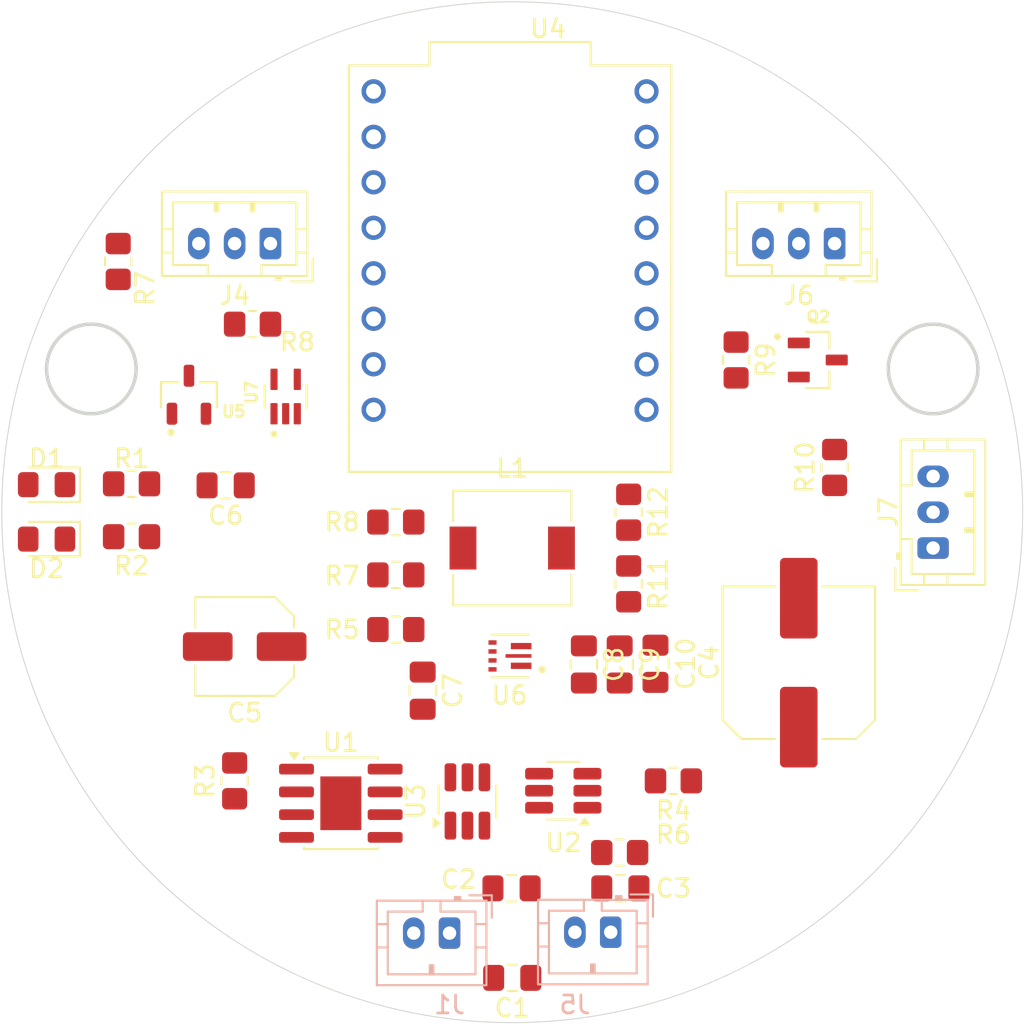
<source format=kicad_pcb>
(kicad_pcb (version 20241229) (generator "pcbnew") (generator_version "9.0")
  (layers (0 "F.Cu" signal) (2 "B.Cu" signal) (13 "F.Paste" user) (15 "B.Paste" user) (5 "F.SilkS" user "F.Silkscreen") (7 "B.SilkS" user "B.Silkscreen") (1 "F.Mask" user) (3 "B.Mask" user) (25 "Edge.Cuts" user))
  (net 0 "")
  (net 1 "GND")
  (net 2 "VIN")
  (net 3 "BAT+")
  (net 4 "BAT-")
  (net 5 "Net-(U2-VCC)")
  (net 6 "Net-(U1-~{CHRG})")
  (net 7 "Net-(U1-~{STDBY})")
  (net 8 "Net-(U1-PROG)")
  (net 9 "Net-(U2-CS)")
  (net 10 "/G2")
  (net 11 "Net-(J4-Pin_2)")
  (net 12 "Net-(J6-Pin_2)")
  (net 13 "5V")
  (net 14 "3.3V")
  (net 16 "/G1")
  (net 19 "Net-(J7-Pin_2)")
  (net 24 "Net-(U4-GPIO0)")
  (net 28 "Net-(U4-GPIO1)")
  (net 30 "Net-(U6-SW)")
  (net 31 "Net-(U6-FB)")
  (net 32 "Net-(R7-Pad2)")
  (net 33 "Net-(R11-Pad1)")
  (net 34 "Net-(D1-K)")
  (net 35 "Net-(D2-K)")
  (net 36 "Net-(U4-GPIO6)")
  (footprint "LED_SMD:LED_0805_2012Metric_Pad1.15x1.40mm_HandSolder" (layer "F.Cu") (at 122 98.96 180)
    (property "Reference" "D1" (at 0 1.46 0) (layer "F.SilkS"))
    (property "Value" "RED")
    (fp_line (start 1 -0.96) (end -1.86 -0.96) (stroke (width 0.12)) (layer "F.SilkS"))
    (fp_line (start -1.86 0.96) (end 1 0.96) (stroke (width 0.12)) (layer "F.SilkS"))
    (fp_line (start -1.86 -0.96) (end -1.86 0.96) (stroke (width 0.12)) (layer "F.SilkS"))
    (pad "1" smd roundrect (at -1.025 0 180) (size 1.15 1.4) (layers "F.Cu" "F.Mask" "F.Paste") (roundrect_rratio 0.217391) (net 34 "Net-(D1-K)"))
    (pad "2" smd roundrect (at 1.025 0 180) (size 1.15 1.4) (layers "F.Cu" "F.Mask" "F.Paste") (roundrect_rratio 0.217391) (net 2 "VIN"))
  )
  (footprint "Package_SO:SOIC-8-1EP_3.9x4.9mm_P1.27mm_EP2.29x3mm" (layer "F.Cu") (at 138.43 116.75)
    (property "Reference" "U1" (at 0 -3.4 0) (layer "F.SilkS"))
    (property "Value" "TP4056")
    (fp_line (start -2.06 -2.56) (end 2.06 -2.56) (stroke (width 0.12)) (layer "F.SilkS"))
    (fp_line (start -2.06 -2.465) (end -2.06 -2.56) (stroke (width 0.12)) (layer "F.SilkS"))
    (fp_line (start -2.06 2.56) (end -2.06 2.465) (stroke (width 0.12)) (layer "F.SilkS"))
    (fp_line (start 2.06 -2.56) (end 2.06 -2.465) (stroke (width 0.12)) (layer "F.SilkS"))
    (fp_line (start 2.06 2.465) (end 2.06 2.56) (stroke (width 0.12)) (layer "F.SilkS"))
    (fp_line (start 2.06 2.56) (end -2.06 2.56) (stroke (width 0.12)) (layer "F.SilkS"))
    (fp_poly (pts (xy -2.6 -2.47) (xy -2.84 -2.8) (xy -2.36 -2.8)) (stroke (width 0.12)) (fill yes) (layer "F.SilkS"))
    (pad "1" smd roundrect (at -2.475 -1.905) (size 1.95 0.6) (layers "F.Cu" "F.Mask" "F.Paste") (net 1 "GND"))
    (pad "2" smd roundrect (at -2.475 -0.635) (size 1.95 0.6) (layers "F.Cu" "F.Mask" "F.Paste") (net 8 "Net-(U1-PROG)"))
    (pad "3" smd roundrect (at -2.475 0.635) (size 1.95 0.6) (layers "F.Cu" "F.Mask" "F.Paste") (net 1 "GND"))
    (pad "4" smd roundrect (at -2.475 1.905) (size 1.95 0.6) (layers "F.Cu" "F.Mask" "F.Paste") (net 2 "VIN"))
    (pad "5" smd roundrect (at 2.475 1.905) (size 1.95 0.6) (layers "F.Cu" "F.Mask" "F.Paste") (net 3 "BAT+"))
    (pad "6" smd roundrect (at 2.475 0.635) (size 1.95 0.6) (layers "F.Cu" "F.Mask" "F.Paste") (net 7 "Net-(U1-~{STDBY})"))
    (pad "7" smd roundrect (at 2.475 -0.635) (size 1.95 0.6) (layers "F.Cu" "F.Mask" "F.Paste") (net 6 "Net-(U1-~{CHRG})"))
    (pad "8" smd roundrect (at 2.475 -1.905) (size 1.95 0.6) (layers "F.Cu" "F.Mask" "F.Paste") (net 2 "VIN"))
    (pad "9" smd rect (at 0 0) (size 2.29 3) (property pad_prop_heatsink) (layers "F.Cu" "F.Mask") (net 2 "VIN"))
  )
  (footprint "Resistor_SMD:R_0805_2012Metric_Pad1.20x1.40mm_HandSolder" (layer "F.Cu") (at 154.5 100.5 -90)
    (property "Reference" "R12" (at 0 -1.65 90) (layer "F.SilkS"))
    (property "Value" "51k")
    (fp_line (start -0.227064 0.735) (end 0.227064 0.735) (stroke (width 0.12)) (layer "F.SilkS"))
    (fp_line (start -0.227064 -0.735) (end 0.227064 -0.735) (stroke (width 0.12)) (layer "F.SilkS"))
    (pad "1" smd roundrect (at -1 0 270) (size 1.2 1.4) (layers "F.Cu" "F.Mask" "F.Paste") (roundrect_rratio 0.208333) (net 13 "5V"))
    (pad "2" smd roundrect (at 1 0 270) (size 1.2 1.4) (layers "F.Cu" "F.Mask" "F.Paste") (roundrect_rratio 0.208333) (net 33 "Net-(R11-Pad1)"))
  )
  (footprint "Imported:CONV_TPS61022RWUR" (layer "F.Cu") (at 147.875 108.525 180)
    (property "Reference" "U6" (at 0.025 -2.195 0) (layer "F.SilkS"))
    (property "Value" "TPS61022")
    (fp_line (start -1 1.19) (end 1 1.19) (stroke (width 0.127)) (layer "F.SilkS"))
    (fp_line (start -1 -1.19) (end 1 -1.19) (stroke (width 0.127)) (layer "F.SilkS"))
    (fp_circle (center -1.8 -0.762) (end -1.7 -0.762) (stroke (width 0.2)) (fill no) (layer "F.SilkS"))
    (pad "1" smd rect (at -0.625 -0.55 180) (size 1.15 0.35) (layers "F.Cu") (net 1 "GND"))
    (pad "2" smd rect (at -0.475 0 180) (size 1.45 0.2) (layers "F.Cu") (net 30 "Net-(U6-SW)"))
    (pad "3" smd rect (at -0.625 0.55 180) (size 1.15 0.35) (layers "F.Cu") (net 13 "5V"))
    (pad "4" smd rect (at 0.975 0.75 180) (size 0.45 0.25) (layers "F.Cu" "F.Paste") (net 31 "Net-(U6-FB)"))
    (pad "5" smd rect (at 0.975 0.25 180) (size 0.45 0.25) (layers "F.Cu" "F.Paste") (net 3 "BAT+"))
    (pad "6" smd rect (at 0.975 -0.25 180) (size 0.45 0.25) (layers "F.Cu" "F.Paste") (net 3 "BAT+"))
    (pad "7" smd rect (at 0.975 -0.75 180) (size 0.45 0.25) (layers "F.Cu" "F.Paste") (net 3 "BAT+"))
  )
  (footprint "Capacitor_SMD:C_Elec_5x5.4" (layer "F.Cu") (at 133.0625 108 180)
    (property "Reference" "C5" (at 0 -3.7 0) (layer "F.SilkS"))
    (property "Value" "100uF")
    (fp_line (start 2.76 2.76) (end 2.76 1.06) (stroke (width 0.12)) (layer "F.SilkS"))
    (fp_line (start 2.76 -2.76) (end 2.76 -1.06) (stroke (width 0.12)) (layer "F.SilkS"))
    (fp_line (start -1.695563 2.76) (end 2.76 2.76) (stroke (width 0.12)) (layer "F.SilkS"))
    (fp_line (start -1.695563 -2.76) (end 2.76 -2.76) (stroke (width 0.12)) (layer "F.SilkS"))
    (fp_line (start -2.76 1.695563) (end -1.695563 2.76) (stroke (width 0.12)) (layer "F.SilkS"))
    (fp_line (start -2.76 1.695563) (end -2.76 1.06) (stroke (width 0.12)) (layer "F.SilkS"))
    (fp_line (start -2.76 -1.695563) (end -1.695563 -2.76) (stroke (width 0.12)) (layer "F.SilkS"))
    (fp_line (start -2.76 -1.695563) (end -2.76 -1.06) (stroke (width 0.12)) (layer "F.SilkS"))
    (pad "1" smd roundrect (at -2.0625 0 180) (size 2.775 1.6) (layers "F.Cu" "F.Mask" "F.Paste") (roundrect_rratio 0.15625) (net 14 "3.3V"))
    (pad "2" smd roundrect (at 2.0625 0 180) (size 2.775 1.6) (layers "F.Cu" "F.Mask" "F.Paste") (roundrect_rratio 0.15625) (net 1 "GND"))
  )
  (footprint "Inductor_SMD:L_6.3x6.3_H3" (layer "F.Cu") (at 148 102.5)
    (property "Reference" "L1" (at 0 -4.45 0) (layer "F.SilkS"))
    (property "Value" "1uH")
    (fp_line (start -3.3 -3.2) (end 3.3 -3.2) (stroke (width 0.12)) (layer "F.SilkS"))
    (fp_line (start -3.3 -1.5) (end -3.3 -3.2) (stroke (width 0.12)) (layer "F.SilkS"))
    (fp_line (start -3.3 3.2) (end -3.3 1.5) (stroke (width 0.12)) (layer "F.SilkS"))
    (fp_line (start 3.3 -3.2) (end 3.3 -1.5) (stroke (width 0.12)) (layer "F.SilkS"))
    (fp_line (start 3.3 1.5) (end 3.3 3.2) (stroke (width 0.12)) (layer "F.SilkS"))
    (fp_line (start 3.3 3.2) (end -3.3 3.2) (stroke (width 0.12)) (layer "F.SilkS"))
    (pad "1" smd rect (at -2.75 0) (size 1.5 2.4) (layers "F.Cu" "F.Mask" "F.Paste") (net 3 "BAT+"))
    (pad "2" smd rect (at 2.75 0) (size 1.5 2.4) (layers "F.Cu" "F.Mask" "F.Paste") (net 30 "Net-(U6-SW)"))
  )
  (footprint "Resistor_SMD:R_0805_2012Metric_Pad1.20x1.40mm_HandSolder" (layer "F.Cu") (at 132.5 115.5 90)
    (property "Reference" "R3" (at 0 -1.65 90) (layer "F.SilkS"))
    (property "Value" "1.2k")
    (fp_line (start -0.227064 -0.735) (end 0.227064 -0.735) (stroke (width 0.12)) (layer "F.SilkS"))
    (fp_line (start -0.227064 0.735) (end 0.227064 0.735) (stroke (width 0.12)) (layer "F.SilkS"))
    (pad "1" smd roundrect (at -1 0 90) (size 1.2 1.4) (layers "F.Cu" "F.Mask" "F.Paste") (roundrect_rratio 0.208333) (net 8 "Net-(U1-PROG)"))
    (pad "2" smd roundrect (at 1 0 90) (size 1.2 1.4) (layers "F.Cu" "F.Mask" "F.Paste") (roundrect_rratio 0.208333) (net 1 "GND"))
  )
  (footprint "extern:SOT65P210X110-5N" (layer "F.Cu") (at 135.35 94.04 90)
    (property "Reference" "U7" (at 0.232 -1.9064 90) (layer "F.SilkS") (effects (font (size 0.64 0.64))))
    (property "Value" "74AUP1G08")
    (fp_line (start -0.625 -1.17) (end 0.625 -1.17) (stroke (width 0.127)) (layer "F.SilkS"))
    (fp_line (start 0.625 1.17) (end -0.625 1.17) (stroke (width 0.127)) (layer "F.SilkS"))
    (fp_circle (center -2.1 -0.65) (end -2 -0.65) (stroke (width 0.2)) (fill no) (layer "F.SilkS"))
    (pad "1" smd roundrect (at -0.96 -0.65 90) (size 1.19 0.4) (layers "F.Cu" "F.Mask" "F.Paste") (roundrect_rratio 0.125) (net 11 "Net-(J4-Pin_2)"))
    (pad "2" smd roundrect (at -0.96 0 90) (size 1.19 0.4) (layers "F.Cu" "F.Mask" "F.Paste") (roundrect_rratio 0.125) (net 12 "Net-(J6-Pin_2)"))
    (pad "3" smd roundrect (at -0.96 0.65 90) (size 1.19 0.4) (layers "F.Cu" "F.Mask" "F.Paste") (roundrect_rratio 0.125) (net 1 "GND"))
    (pad "4" smd roundrect (at 0.96 0.65 90) (size 1.19 0.4) (layers "F.Cu" "F.Mask" "F.Paste") (roundrect_rratio 0.125) (net 28 "Net-(U4-GPIO1)"))
    (pad "5" smd roundrect (at 0.96 -0.65 90) (size 1.19 0.4) (layers "F.Cu" "F.Mask" "F.Paste") (roundrect_rratio 0.125) (net 14 "3.3V"))
  )
  (footprint "Capacitor_SMD:C_Elec_8x10.2" (layer "F.Cu") (at 164 108.9 90)
    (property "Reference" "C4" (at 0 -5 90) (layer "F.SilkS"))
    (property "Value" "1000uF")
    (fp_line (start 4.26 -4.26) (end 4.26 -1.31) (stroke (width 0.12)) (layer "F.SilkS"))
    (fp_line (start -3.195563 -4.26) (end 4.26 -4.26) (stroke (width 0.12)) (layer "F.SilkS"))
    (fp_line (start -4.26 -3.195563) (end -3.195563 -4.26) (stroke (width 0.12)) (layer "F.SilkS"))
    (fp_line (start -4.26 -3.195563) (end -4.26 -1.31) (stroke (width 0.12)) (layer "F.SilkS"))
    (fp_line (start -4.26 3.195563) (end -4.26 1.31) (stroke (width 0.12)) (layer "F.SilkS"))
    (fp_line (start -4.26 3.195563) (end -3.195563 4.26) (stroke (width 0.12)) (layer "F.SilkS"))
    (fp_line (start 4.26 4.26) (end 4.26 1.31) (stroke (width 0.12)) (layer "F.SilkS"))
    (fp_line (start -3.195563 4.26) (end 4.26 4.26) (stroke (width 0.12)) (layer "F.SilkS"))
    (pad "1" smd roundrect (at -3.6 0 90) (size 4.5 2.1) (layers "F.Cu" "F.Mask" "F.Paste") (roundrect_rratio 0.119048) (net 13 "5V"))
    (pad "2" smd roundrect (at 3.6 0 90) (size 4.5 2.1) (layers "F.Cu" "F.Mask" "F.Paste") (roundrect_rratio 0.119048) (net 1 "GND"))
  )
  (footprint "Resistor_SMD:R_0805_2012Metric_Pad1.20x1.40mm_HandSolder" (layer "F.Cu") (at 141.5 101.05 180)
    (property "Reference" "R8" (at 3 0 0) (layer "F.SilkS"))
    (property "Value" "100k")
    (fp_line (start -0.227064 0.735) (end 0.227064 0.735) (stroke (width 0.12)) (layer "F.SilkS"))
    (fp_line (start -0.227064 -0.735) (end 0.227064 -0.735) (stroke (width 0.12)) (layer "F.SilkS"))
    (pad "1" smd roundrect (at -1 0 180) (size 1.2 1.4) (layers "F.Cu" "F.Mask" "F.Paste") (roundrect_rratio 0.208333) (net 24 "Net-(U4-GPIO0)"))
    (pad "2" smd roundrect (at 1 0 180) (size 1.2 1.4) (layers "F.Cu" "F.Mask" "F.Paste") (roundrect_rratio 0.208333) (net 1 "GND"))
  )
  (footprint "Connector_JST:JST_PH_B3B-PH-K_1x03_P2.00mm_Vertical" (layer "F.Cu") (at 134.5 85.5 180)
    (property "Reference" "J4" (at 2 -2.9 0) (layer "F.SilkS"))
    (property "Value" "TTP Button")
    (fp_line (start 6.06 0.8) (end 5.45 0.8) (stroke (width 0.12)) (layer "F.SilkS"))
    (fp_line (start 6.06 -0.5) (end 5.45 -0.5) (stroke (width 0.12)) (layer "F.SilkS"))
    (fp_line (start 5.45 2.3) (end 5.45 -1.2) (stroke (width 0.12)) (layer "F.SilkS"))
    (fp_line (start 5.45 -1.2) (end 3.5 -1.2) (stroke (width 0.12)) (layer "F.SilkS"))
    (fp_line (start 3.5 -1.2) (end 3.5 -1.81) (stroke (width 0.12)) (layer "F.SilkS"))
    (fp_line (start 3.1 1.8) (end 3.1 2.3) (stroke (width 0.12)) (layer "F.SilkS"))
    (fp_line (start 3 2.3) (end 3 1.8) (stroke (width 0.12)) (layer "F.SilkS"))
    (fp_line (start 2.9 2.3) (end 2.9 1.8) (stroke (width 0.12)) (layer "F.SilkS"))
    (fp_line (start 2.9 1.8) (end 3.1 1.8) (stroke (width 0.12)) (layer "F.SilkS"))
    (fp_line (start 1.1 1.8) (end 1.1 2.3) (stroke (width 0.12)) (layer "F.SilkS"))
    (fp_line (start 1 2.3) (end 1 1.8) (stroke (width 0.12)) (layer "F.SilkS"))
    (fp_line (start 0.9 2.3) (end 0.9 1.8) (stroke (width 0.12)) (layer "F.SilkS"))
    (fp_line (start 0.9 1.8) (end 1.1 1.8) (stroke (width 0.12)) (layer "F.SilkS"))
    (fp_line (start 0.5 -1.2) (end -1.45 -1.2) (stroke (width 0.12)) (layer "F.SilkS"))
    (fp_line (start 0.5 -1.81) (end 0.5 -1.2) (stroke (width 0.12)) (layer "F.SilkS"))
    (fp_line (start -0.3 -1.81) (end -0.3 -2.01) (stroke (width 0.12)) (layer "F.SilkS"))
    (fp_line (start -0.3 -1.91) (end -0.6 -1.91) (stroke (width 0.12)) (layer "F.SilkS"))
    (fp_line (start -0.3 -2.01) (end -0.6 -2.01) (stroke (width 0.12)) (layer "F.SilkS"))
    (fp_line (start -0.6 -2.01) (end -0.6 -1.81) (stroke (width 0.12)) (layer "F.SilkS"))
    (fp_line (start -1.11 -2.11) (end -2.36 -2.11) (stroke (width 0.12)) (layer "F.SilkS"))
    (fp_line (start -1.45 2.3) (end 5.45 2.3) (stroke (width 0.12)) (layer "F.SilkS"))
    (fp_line (start -1.45 -1.2) (end -1.45 2.3) (stroke (width 0.12)) (layer "F.SilkS"))
    (fp_line (start -2.06 0.8) (end -1.45 0.8) (stroke (width 0.12)) (layer "F.SilkS"))
    (fp_line (start -2.06 -0.5) (end -1.45 -0.5) (stroke (width 0.12)) (layer "F.SilkS"))
    (fp_line (start -2.36 -2.11) (end -2.36 -0.86) (stroke (width 0.12)) (layer "F.SilkS"))
    (fp_rect (start -2.06 -1.81) (end 6.06 2.91) (stroke (width 0.12)) (fill no) (layer "F.SilkS"))
    (pad "1" thru_hole roundrect (at 0 0 180) (size 1.2 1.75) (drill 0.75) (layers "*.Cu" "*.Mask") (roundrect_rratio 0.208333) (net 14 "3.3V"))
    (pad "2" thru_hole oval (at 2 0 180) (size 1.2 1.75) (drill 0.75) (layers "*.Cu" "*.Mask") (net 11 "Net-(J4-Pin_2)"))
    (pad "3" thru_hole oval (at 4 0 180) (size 1.2 1.75) (drill 0.75) (layers "*.Cu" "*.Mask") (net 1 "GND"))
  )
  (footprint "Package_TO_SOT_SMD:SOT-23-6_Handsoldering" (layer "F.Cu") (at 150.85 116.05 180)
    (property "Reference" "U2" (at 0 -2.9 0) (layer "F.SilkS"))
    (property "Value" "DW01")
    (fp_line (start 0.1 -1.61) (end 0.9 -1.61) (stroke (width 0.12)) (layer "F.SilkS"))
    (fp_line (start 0.1 -1.61) (end -0.7 -1.61) (stroke (width 0.12)) (layer "F.SilkS"))
    (fp_line (start -0.9 1.61) (end 0.9 1.61) (stroke (width 0.12)) (layer "F.SilkS"))
    (fp_poly (pts (xy -1.2 -1.56) (xy -1.44 -1.89) (xy -0.96 -1.89) (xy -1.2 -1.56)) (stroke (width 0.12)) (fill yes) (layer "F.SilkS"))
    (pad "1" smd roundrect (at -1.35 -0.95 180) (size 1.56 0.65) (layers "F.Cu" "F.Mask" "F.Paste") (net 16 "/G1"))
    (pad "2" smd roundrect (at -1.35 0 180) (size 1.56 0.65) (layers "F.Cu" "F.Mask" "F.Paste") (net 9 "Net-(U2-CS)"))
    (pad "3" smd roundrect (at -1.35 0.95 180) (size 1.56 0.65) (layers "F.Cu" "F.Mask" "F.Paste") (net 10 "/G2"))
    (pad "4" smd roundrect (at 1.35 0.95 180) (size 1.56 0.65) (layers "F.Cu" "F.Mask" "F.Paste"))
    (pad "5" smd roundrect (at 1.35 0 180) (size 1.56 0.65) (layers "F.Cu" "F.Mask" "F.Paste") (net 5 "Net-(U2-VCC)"))
    (pad "6" smd roundrect (at 1.35 -0.95 180) (size 1.56 0.65) (layers "F.Cu" "F.Mask" "F.Paste") (net 4 "BAT-"))
  )
  (footprint "Connector_JST:JST_PH_B3B-PH-K_1x03_P2.00mm_Vertical" (layer "F.Cu") (at 166 85.5 180)
    (property "Reference" "J6" (at 2 -2.9 0) (layer "F.SilkS"))
    (property "Value" "TTP Button")
    (fp_line (start 6.06 0.8) (end 5.45 0.8) (stroke (width 0.12)) (layer "F.SilkS"))
    (fp_line (start 6.06 -0.5) (end 5.45 -0.5) (stroke (width 0.12)) (layer "F.SilkS"))
    (fp_line (start 5.45 2.3) (end 5.45 -1.2) (stroke (width 0.12)) (layer "F.SilkS"))
    (fp_line (start 5.45 -1.2) (end 3.5 -1.2) (stroke (width 0.12)) (layer "F.SilkS"))
    (fp_line (start 3.5 -1.2) (end 3.5 -1.81) (stroke (width 0.12)) (layer "F.SilkS"))
    (fp_line (start 3.1 1.8) (end 3.1 2.3) (stroke (width 0.12)) (layer "F.SilkS"))
    (fp_line (start 3 2.3) (end 3 1.8) (stroke (width 0.12)) (layer "F.SilkS"))
    (fp_line (start 2.9 2.3) (end 2.9 1.8) (stroke (width 0.12)) (layer "F.SilkS"))
    (fp_line (start 2.9 1.8) (end 3.1 1.8) (stroke (width 0.12)) (layer "F.SilkS"))
    (fp_line (start 1.1 1.8) (end 1.1 2.3) (stroke (width 0.12)) (layer "F.SilkS"))
    (fp_line (start 1 2.3) (end 1 1.8) (stroke (width 0.12)) (layer "F.SilkS"))
    (fp_line (start 0.9 2.3) (end 0.9 1.8) (stroke (width 0.12)) (layer "F.SilkS"))
    (fp_line (start 0.9 1.8) (end 1.1 1.8) (stroke (width 0.12)) (layer "F.SilkS"))
    (fp_line (start 0.5 -1.2) (end -1.45 -1.2) (stroke (width 0.12)) (layer "F.SilkS"))
    (fp_line (start 0.5 -1.81) (end 0.5 -1.2) (stroke (width 0.12)) (layer "F.SilkS"))
    (fp_line (start -0.3 -1.81) (end -0.3 -2.01) (stroke (width 0.12)) (layer "F.SilkS"))
    (fp_line (start -0.3 -1.91) (end -0.6 -1.91) (stroke (width 0.12)) (layer "F.SilkS"))
    (fp_line (start -0.3 -2.01) (end -0.6 -2.01) (stroke (width 0.12)) (layer "F.SilkS"))
    (fp_line (start -0.6 -2.01) (end -0.6 -1.81) (stroke (width 0.12)) (layer "F.SilkS"))
    (fp_line (start -1.11 -2.11) (end -2.36 -2.11) (stroke (width 0.12)) (layer "F.SilkS"))
    (fp_line (start -1.45 2.3) (end 5.45 2.3) (stroke (width 0.12)) (layer "F.SilkS"))
    (fp_line (start -1.45 -1.2) (end -1.45 2.3) (stroke (width 0.12)) (layer "F.SilkS"))
    (fp_line (start -2.06 0.8) (end -1.45 0.8) (stroke (width 0.12)) (layer "F.SilkS"))
    (fp_line (start -2.06 -0.5) (end -1.45 -0.5) (stroke (width 0.12)) (layer "F.SilkS"))
    (fp_line (start -2.36 -2.11) (end -2.36 -0.86) (stroke (width 0.12)) (layer "F.SilkS"))
    (fp_rect (start -2.06 -1.81) (end 6.06 2.91) (stroke (width 0.12)) (fill no) (layer "F.SilkS"))
    (pad "1" thru_hole roundrect (at 0 0 180) (size 1.2 1.75) (drill 0.75) (layers "*.Cu" "*.Mask") (roundrect_rratio 0.208333) (net 14 "3.3V"))
    (pad "2" thru_hole oval (at 2 0 180) (size 1.2 1.75) (drill 0.75) (layers "*.Cu" "*.Mask") (net 12 "Net-(J6-Pin_2)"))
    (pad "3" thru_hole oval (at 4 0 180) (size 1.2 1.75) (drill 0.75) (layers "*.Cu" "*.Mask") (net 1 "GND"))
  )
  (footprint "Resistor_SMD:R_0805_2012Metric_Pad1.20x1.40mm_HandSolder" (layer "F.Cu") (at 126.745 98.915)
    (property "Reference" "R1" (at 0 -1.415 0) (layer "F.SilkS"))
    (property "Value" "1k")
    (fp_line (start -0.227064 -0.735) (end 0.227064 -0.735) (stroke (width 0.12)) (layer "F.SilkS"))
    (fp_line (start -0.227064 0.735) (end 0.227064 0.735) (stroke (width 0.12)) (layer "F.SilkS"))
    (pad "1" smd roundrect (at -1 0) (size 1.2 1.4) (layers "F.Cu" "F.Mask" "F.Paste") (roundrect_rratio 0.208333) (net 34 "Net-(D1-K)"))
    (pad "2" smd roundrect (at 1 0) (size 1.2 1.4) (layers "F.Cu" "F.Mask" "F.Paste") (roundrect_rratio 0.208333) (net 6 "Net-(U1-~{CHRG})"))
  )
  (footprint "Package_TO_SOT_SMD:SOT-23-6_Handsoldering" (layer "F.Cu") (at 145.5 116.65 90)
    (property "Reference" "U3" (at 0 -2.9 90) (layer "F.SilkS"))
    (property "Value" "FS8205A")
    (fp_line (start 0.1 -1.61) (end 0.9 -1.61) (stroke (width 0.12)) (layer "F.SilkS"))
    (fp_line (start 0.1 -1.61) (end -0.7 -1.61) (stroke (width 0.12)) (layer "F.SilkS"))
    (fp_line (start -0.9 1.61) (end 0.9 1.61) (stroke (width 0.12)) (layer "F.SilkS"))
    (fp_poly (pts (xy -1.2 -1.56) (xy -1.44 -1.89) (xy -0.96 -1.89) (xy -1.2 -1.56)) (stroke (width 0.12)) (fill yes) (layer "F.SilkS"))
    (pad "1" smd roundrect (at -1.35 -0.95 90) (size 1.56 0.65) (layers "F.Cu" "F.Mask" "F.Paste") (net 4 "BAT-"))
    (pad "2" smd roundrect (at -1.35 0 90) (size 1.56 0.65) (layers "F.Cu" "F.Mask" "F.Paste"))
    (pad "3" smd roundrect (at -1.35 0.95 90) (size 1.56 0.65) (layers "F.Cu" "F.Mask" "F.Paste") (net 1 "GND"))
    (pad "4" smd roundrect (at 1.35 0.95 90) (size 1.56 0.65) (layers "F.Cu" "F.Mask" "F.Paste") (net 10 "/G2"))
    (pad "5" smd roundrect (at 1.35 0 90) (size 1.56 0.65) (layers "F.Cu" "F.Mask" "F.Paste"))
    (pad "6" smd roundrect (at 1.35 -0.95 90) (size 1.56 0.65) (layers "F.Cu" "F.Mask" "F.Paste") (net 16 "/G1"))
  )
  (footprint "Imported:MODULE_ESP32-C3_SUPERMINI_TH" (layer "F.Cu") (at 147.88 86.9)
    (property "Reference" "U4" (at 2.12 -13.4 0) (layer "F.SilkS"))
    (property "Value" "ESP32")
    (fp_line (start -9 11.35) (end -9 -11.35) (stroke (width 0.127)) (layer "F.SilkS"))
    (fp_line (start -4.5 -12.65) (end -4.5 -11.35) (stroke (width 0.127)) (layer "F.SilkS"))
    (fp_line (start -4.5 -11.35) (end -9 -11.35) (stroke (width 0.127)) (layer "F.SilkS"))
    (fp_line (start 4.5 -12.65) (end -4.5 -12.65) (stroke (width 0.127)) (layer "F.SilkS"))
    (fp_line (start 4.5 -12.65) (end 4.5 -11.35) (stroke (width 0.127)) (layer "F.SilkS"))
    (fp_line (start 9 -11.35) (end 4.5 -11.35) (stroke (width 0.127)) (layer "F.SilkS"))
    (fp_line (start 9 11.35) (end -9 11.35) (stroke (width 0.127)) (layer "F.SilkS"))
    (fp_line (start 9 11.35) (end 9 -11.35) (stroke (width 0.127)) (layer "F.SilkS"))
    (pad "0" thru_hole circle (at 7.62 7.88) (size 1.348 1.348) (drill 0.84) (layers "*.Cu" "*.Mask") (net 24 "Net-(U4-GPIO0)"))
    (pad "1" thru_hole circle (at 7.62 5.34) (size 1.348 1.348) (drill 0.84) (layers "*.Cu" "*.Mask") (net 28 "Net-(U4-GPIO1)"))
    (pad "2" thru_hole circle (at 7.62 2.8) (size 1.348 1.348) (drill 0.84) (layers "*.Cu" "*.Mask"))
    (pad "3" thru_hole circle (at 7.62 0.26) (size 1.348 1.348) (drill 0.84) (layers "*.Cu" "*.Mask"))
    (pad "3.3" thru_hole circle (at 7.62 -4.82) (size 1.348 1.348) (drill 0.84) (layers "*.Cu" "*.Mask") (net 14 "3.3V"))
    (pad "4" thru_hole circle (at 7.62 -2.28) (size 1.348 1.348) (drill 0.84) (layers "*.Cu" "*.Mask") (net 12 "Net-(J6-Pin_2)"))
    (pad "5" thru_hole circle (at -7.62 -9.9) (size 1.348 1.348) (drill 0.84) (layers "*.Cu" "*.Mask") (net 11 "Net-(J4-Pin_2)"))
    (pad "5V" thru_hole circle (at 7.62 -9.9) (size 1.348 1.348) (drill 0.84) (layers "*.Cu" "*.Mask"))
    (pad "6" thru_hole circle (at -7.62 -7.36) (size 1.348 1.348) (drill 0.84) (layers "*.Cu" "*.Mask") (net 36 "Net-(U4-GPIO6)"))
    (pad "7" thru_hole circle (at -7.62 -4.82) (size 1.348 1.348) (drill 0.84) (layers "*.Cu" "*.Mask"))
    (pad "8" thru_hole circle (at -7.62 -2.28) (size 1.348 1.348) (drill 0.84) (layers "*.Cu" "*.Mask"))
    (pad "9" thru_hole circle (at -7.62 0.26) (size 1.348 1.348) (drill 0.84) (layers "*.Cu" "*.Mask"))
    (pad "10" thru_hole circle (at -7.62 2.8) (size 1.348 1.348) (drill 0.84) (layers "*.Cu" "*.Mask"))
    (pad "20" thru_hole circle (at -7.62 5.34) (size 1.348 1.348) (drill 0.84) (layers "*.Cu" "*.Mask"))
    (pad "21" thru_hole circle (at -7.62 7.88) (size 1.348 1.348) (drill 0.84) (layers "*.Cu" "*.Mask"))
    (pad "G" thru_hole circle (at 7.62 -7.36) (size 1.348 1.348) (drill 0.84) (layers "*.Cu" "*.Mask") (net 1 "GND"))
  )
  (footprint "Capacitor_SMD:C_0805_2012Metric_Pad1.18x1.45mm_HandSolder" (layer "F.Cu") (at 152 109 -90)
    (property "Reference" "C8" (at 0 -1.68 90) (layer "F.SilkS"))
    (property "Value" "22uF")
    (fp_line (start -0.261252 0.735) (end 0.261252 0.735) (stroke (width 0.12)) (layer "F.SilkS"))
    (fp_line (start -0.261252 -0.735) (end 0.261252 -0.735) (stroke (width 0.12)) (layer "F.SilkS"))
    (pad "1" smd roundrect (at -1.0375 0 270) (size 1.175 1.45) (layers "F.Cu" "F.Mask" "F.Paste") (roundrect_rratio 0.212766) (net 13 "5V"))
    (pad "2" smd roundrect (at 1.0375 0 270) (size 1.175 1.45) (layers "F.Cu" "F.Mask" "F.Paste") (roundrect_rratio 0.212766) (net 1 "GND"))
  )
  (footprint "Capacitor_SMD:C_0805_2012Metric_Pad1.18x1.45mm_HandSolder" (layer "F.Cu") (at 154.0375 121.5 180)
    (property "Reference" "C3" (at -2.9625 0 0) (layer "F.SilkS"))
    (property "Value" "0.1uF")
    (fp_line (start -0.261252 0.735) (end 0.261252 0.735) (stroke (width 0.12)) (layer "F.SilkS"))
    (fp_line (start -0.261252 -0.735) (end 0.261252 -0.735) (stroke (width 0.12)) (layer "F.SilkS"))
    (pad "1" smd roundrect (at -1.0375 0 180) (size 1.175 1.45) (layers "F.Cu" "F.Mask" "F.Paste") (roundrect_rratio 0.212766) (net 5 "Net-(U2-VCC)"))
    (pad "2" smd roundrect (at 1.0375 0 180) (size 1.175 1.45) (layers "F.Cu" "F.Mask" "F.Paste") (roundrect_rratio 0.212766) (net 4 "BAT-"))
  )
  (footprint "Resistor_SMD:R_0805_2012Metric_Pad1.20x1.40mm_HandSolder" (layer "F.Cu") (at 154.5 104.5 -90)
    (property "Reference" "R11" (at 0 -1.65 90) (layer "F.SilkS"))
    (property "Value" "680k")
    (fp_line (start -0.227064 0.735) (end 0.227064 0.735) (stroke (width 0.12)) (layer "F.SilkS"))
    (fp_line (start -0.227064 -0.735) (end 0.227064 -0.735) (stroke (width 0.12)) (layer "F.SilkS"))
    (pad "1" smd roundrect (at -1 0 270) (size 1.2 1.4) (layers "F.Cu" "F.Mask" "F.Paste") (roundrect_rratio 0.208333) (net 33 "Net-(R11-Pad1)"))
    (pad "2" smd roundrect (at 1 0 270) (size 1.2 1.4) (layers "F.Cu" "F.Mask" "F.Paste") (roundrect_rratio 0.208333) (net 31 "Net-(U6-FB)"))
  )
  (footprint "Capacitor_SMD:C_0805_2012Metric_Pad1.18x1.45mm_HandSolder" (layer "F.Cu") (at 132 99 180)
    (property "Reference" "C6" (at 0 -1.68 0) (layer "F.SilkS"))
    (property "Value" "100nF")
    (fp_line (start -0.261252 0.735) (end 0.261252 0.735) (stroke (width 0.12)) (layer "F.SilkS"))
    (fp_line (start -0.261252 -0.735) (end 0.261252 -0.735) (stroke (width 0.12)) (layer "F.SilkS"))
    (pad "1" smd roundrect (at -1.0375 0 180) (size 1.175 1.45) (layers "F.Cu" "F.Mask" "F.Paste") (roundrect_rratio 0.212766) (net 14 "3.3V"))
    (pad "2" smd roundrect (at 1.0375 0 180) (size 1.175 1.45) (layers "F.Cu" "F.Mask" "F.Paste") (roundrect_rratio 0.212766) (net 1 "GND"))
  )
  (footprint "Connector_JST:JST_PH_B3B-PH-K_1x03_P2.00mm_Vertical" (layer "F.Cu") (at 171.5 102.5 90)
    (property "Reference" "J7" (at 2 -2.5 90) (layer "F.SilkS"))
    (property "Value" "LED")
    (fp_line (start -1.11 -2.11) (end -2.36 -2.11) (stroke (width 0.12)) (layer "F.SilkS"))
    (fp_line (start -2.36 -2.11) (end -2.36 -0.86) (stroke (width 0.12)) (layer "F.SilkS"))
    (fp_line (start -0.3 -2.01) (end -0.6 -2.01) (stroke (width 0.12)) (layer "F.SilkS"))
    (fp_line (start -0.6 -2.01) (end -0.6 -1.81) (stroke (width 0.12)) (layer "F.SilkS"))
    (fp_line (start -0.3 -1.91) (end -0.6 -1.91) (stroke (width 0.12)) (layer "F.SilkS"))
    (fp_line (start 0.5 -1.81) (end 0.5 -1.2) (stroke (width 0.12)) (layer "F.SilkS"))
    (fp_line (start -0.3 -1.81) (end -0.3 -2.01) (stroke (width 0.12)) (layer "F.SilkS"))
    (fp_line (start 5.45 -1.2) (end 3.5 -1.2) (stroke (width 0.12)) (layer "F.SilkS"))
    (fp_line (start 3.5 -1.2) (end 3.5 -1.81) (stroke (width 0.12)) (layer "F.SilkS"))
    (fp_line (start 0.5 -1.2) (end -1.45 -1.2) (stroke (width 0.12)) (layer "F.SilkS"))
    (fp_line (start -1.45 -1.2) (end -1.45 2.3) (stroke (width 0.12)) (layer "F.SilkS"))
    (fp_line (start 6.06 -0.5) (end 5.45 -0.5) (stroke (width 0.12)) (layer "F.SilkS"))
    (fp_line (start -2.06 -0.5) (end -1.45 -0.5) (stroke (width 0.12)) (layer "F.SilkS"))
    (fp_line (start 6.06 0.8) (end 5.45 0.8) (stroke (width 0.12)) (layer "F.SilkS"))
    (fp_line (start -2.06 0.8) (end -1.45 0.8) (stroke (width 0.12)) (layer "F.SilkS"))
    (fp_line (start 3.1 1.8) (end 3.1 2.3) (stroke (width 0.12)) (layer "F.SilkS"))
    (fp_line (start 2.9 1.8) (end 3.1 1.8) (stroke (width 0.12)) (layer "F.SilkS"))
    (fp_line (start 1.1 1.8) (end 1.1 2.3) (stroke (width 0.12)) (layer "F.SilkS"))
    (fp_line (start 0.9 1.8) (end 1.1 1.8) (stroke (width 0.12)) (layer "F.SilkS"))
    (fp_line (start 5.45 2.3) (end 5.45 -1.2) (stroke (width 0.12)) (layer "F.SilkS"))
    (fp_line (start 3 2.3) (end 3 1.8) (stroke (width 0.12)) (layer "F.SilkS"))
    (fp_line (start 2.9 2.3) (end 2.9 1.8) (stroke (width 0.12)) (layer "F.SilkS"))
    (fp_line (start 1 2.3) (end 1 1.8) (stroke (width 0.12)) (layer "F.SilkS"))
    (fp_line (start 0.9 2.3) (end 0.9 1.8) (stroke (width 0.12)) (layer "F.SilkS"))
    (fp_line (start -1.45 2.3) (end 5.45 2.3) (stroke (width 0.12)) (layer "F.SilkS"))
    (fp_rect (start -2.06 -1.81) (end 6.06 2.91) (stroke (width 0.12)) (fill no) (layer "F.SilkS"))
    (pad "1" thru_hole roundrect (at 0 0 90) (size 1.2 1.75) (drill 0.75) (layers "*.Cu" "*.Mask") (roundrect_rratio 0.208333) (net 13 "5V"))
    (pad "2" thru_hole oval (at 2 0 90) (size 1.2 1.75) (drill 0.75) (layers "*.Cu" "*.Mask") (net 19 "Net-(J7-Pin_2)"))
    (pad "3" thru_hole oval (at 4 0 90) (size 1.2 1.75) (drill 0.75) (layers "*.Cu" "*.Mask") (net 1 "GND"))
  )
  (footprint "LED_SMD:LED_0805_2012Metric_Pad1.15x1.40mm_HandSolder" (layer "F.Cu") (at 122 102 180)
    (property "Reference" "D2" (at 0 -1.65 0) (layer "F.SilkS"))
    (property "Value" "GREEN")
    (fp_line (start 1 -0.96) (end -1.86 -0.96) (stroke (width 0.12)) (layer "F.SilkS"))
    (fp_line (start -1.86 0.96) (end 1 0.96) (stroke (width 0.12)) (layer "F.SilkS"))
    (fp_line (start -1.86 -0.96) (end -1.86 0.96) (stroke (width 0.12)) (layer "F.SilkS"))
    (pad "1" smd roundrect (at -1.025 0 180) (size 1.15 1.4) (layers "F.Cu" "F.Mask" "F.Paste") (roundrect_rratio 0.217391) (net 35 "Net-(D2-K)"))
    (pad "2" smd roundrect (at 1.025 0 180) (size 1.15 1.4) (layers "F.Cu" "F.Mask" "F.Paste") (roundrect_rratio 0.217391) (net 2 "VIN"))
  )
  (footprint "Resistor_SMD:R_0805_2012Metric_Pad1.20x1.40mm_HandSolder" (layer "F.Cu") (at 157 115.5 180)
    (property "Reference" "R4" (at 0 -1.65 0) (layer "F.SilkS"))
    (property "Value" "1k")
    (fp_line (start -0.227064 0.735) (end 0.227064 0.735) (stroke (width 0.12)) (layer "F.SilkS"))
    (fp_line (start -0.227064 -0.735) (end 0.227064 -0.735) (stroke (width 0.12)) (layer "F.SilkS"))
    (pad "1" smd roundrect (at -1 0 180) (size 1.2 1.4) (layers "F.Cu" "F.Mask" "F.Paste") (roundrect_rratio 0.208333) (net 1 "GND"))
    (pad "2" smd roundrect (at 1 0 180) (size 1.2 1.4) (layers "F.Cu" "F.Mask" "F.Paste") (roundrect_rratio 0.208333) (net 9 "Net-(U2-CS)"))
  )
  (footprint "Resistor_SMD:R_0805_2012Metric_Pad1.20x1.40mm_HandSolder" (layer "F.Cu") (at 166 98 90)
    (property "Reference" "R10" (at 0 -1.65 90) (layer "F.SilkS"))
    (property "Value" "10k")
    (fp_line (start -0.227064 -0.735) (end 0.227064 -0.735) (stroke (width 0.12)) (layer "F.SilkS"))
    (fp_line (start -0.227064 0.735) (end 0.227064 0.735) (stroke (width 0.12)) (layer "F.SilkS"))
    (pad "1" smd roundrect (at -1 0 90) (size 1.2 1.4) (layers "F.Cu" "F.Mask" "F.Paste") (roundrect_rratio 0.208333) (net 13 "5V"))
    (pad "2" smd roundrect (at 1 0 90) (size 1.2 1.4) (layers "F.Cu" "F.Mask" "F.Paste") (roundrect_rratio 0.208333) (net 19 "Net-(J7-Pin_2)"))
  )
  (footprint "Imported:SOT95P237X112-3N" (layer "F.Cu") (at 129.95 93.94 90)
    (property "Reference" "U5" (at -0.94 2.5 180) (layer "F.SilkS") (effects (font (size 0.64 0.64))))
    (property "Value" "MCP1700T")
    (fp_line (start 0.7 -1.56) (end 0.7 -0.62) (stroke (width 0.127)) (layer "F.SilkS"))
    (fp_line (start -0.7 -1.56) (end 0.7 -1.56) (stroke (width 0.127)) (layer "F.SilkS"))
    (fp_line (start 0.7 0.62) (end 0.7 1.56) (stroke (width 0.127)) (layer "F.SilkS"))
    (fp_line (start -0.7 1.56) (end 0.7 1.56) (stroke (width 0.127)) (layer "F.SilkS"))
    (fp_circle (center -2.1 -1) (end -2 -1) (stroke (width 0.2)) (fill no) (layer "F.SilkS"))
    (pad "1" smd roundrect (at -1.06 -0.95 90) (size 1.23 0.59) (layers "F.Cu" "F.Mask" "F.Paste") (net 1 "GND"))
    (pad "2" smd roundrect (at -1.06 0.95 90) (size 1.23 0.59) (layers "F.Cu" "F.Mask" "F.Paste") (net 14 "3.3V"))
    (pad "3" smd roundrect (at 1.06 0 90) (size 1.23 0.59) (layers "F.Cu" "F.Mask" "F.Paste") (net 3 "BAT+"))
  )
  (footprint "Resistor_SMD:R_0805_2012Metric_Pad1.20x1.40mm_HandSolder" (layer "F.Cu") (at 141.5 104 180)
    (property "Reference" "R7" (at 3 -0.05 0) (layer "F.SilkS"))
    (property "Value" "100k")
    (fp_line (start -0.227064 0.735) (end 0.227064 0.735) (stroke (width 0.12)) (layer "F.SilkS"))
    (fp_line (start -0.227064 -0.735) (end 0.227064 -0.735) (stroke (width 0.12)) (layer "F.SilkS"))
    (pad "1" smd roundrect (at -1 0 180) (size 1.2 1.4) (layers "F.Cu" "F.Mask" "F.Paste") (roundrect_rratio 0.208333) (net 3 "BAT+"))
    (pad "2" smd roundrect (at 1 0 180) (size 1.2 1.4) (layers "F.Cu" "F.Mask" "F.Paste") (roundrect_rratio 0.208333) (net 24 "Net-(U4-GPIO0)"))
  )
  (footprint "Capacitor_SMD:C_0805_2012Metric_Pad1.18x1.45mm_HandSolder" (layer "F.Cu") (at 148 126.5 180)
    (property "Reference" "C1" (at 0 -1.68 0) (layer "F.SilkS"))
    (property "Value" "0.1uF")
    (fp_line (start -0.261252 0.735) (end 0.261252 0.735) (stroke (width 0.12)) (layer "F.SilkS"))
    (fp_line (start -0.261252 -0.735) (end 0.261252 -0.735) (stroke (width 0.12)) (layer "F.SilkS"))
    (pad "1" smd roundrect (at -1.0375 0 180) (size 1.175 1.45) (layers "F.Cu" "F.Mask" "F.Paste") (roundrect_rratio 0.212766) (net 2 "VIN"))
    (pad "2" smd roundrect (at 1.0375 0 180) (size 1.175 1.45) (layers "F.Cu" "F.Mask" "F.Paste") (roundrect_rratio 0.212766) (net 1 "GND"))
  )
  (footprint "Resistor_SMD:R_0805_2012Metric_Pad1.20x1.40mm_HandSolder" (layer "F.Cu") (at 126 86.5 -90)
    (property "Reference" "R7" (at 1.5 -1.5 90) (layer "F.SilkS"))
    (property "Value" "1k")
    (fp_line (start -0.227064 0.735) (end 0.227064 0.735) (stroke (width 0.12)) (layer "F.SilkS"))
    (fp_line (start -0.227064 -0.735) (end 0.227064 -0.735) (stroke (width 0.12)) (layer "F.SilkS"))
    (pad "1" smd roundrect (at -1 0 270) (size 1.2 1.4) (layers "F.Cu" "F.Mask" "F.Paste") (roundrect_rratio 0.208333) (net 11 "Net-(J4-Pin_2)"))
    (pad "2" smd roundrect (at 1 0 270) (size 1.2 1.4) (layers "F.Cu" "F.Mask" "F.Paste") (roundrect_rratio 0.208333) (net 32 "Net-(R7-Pad2)"))
  )
  (footprint "Capacitor_SMD:C_0805_2012Metric_Pad1.18x1.45mm_HandSolder" (layer "F.Cu") (at 147.9625 121.5)
    (property "Reference" "C2" (at -2.9625 -0.5 0) (layer "F.SilkS"))
    (property "Value" "10uF")
    (fp_line (start -0.261252 -0.735) (end 0.261252 -0.735) (stroke (width 0.12)) (layer "F.SilkS"))
    (fp_line (start -0.261252 0.735) (end 0.261252 0.735) (stroke (width 0.12)) (layer "F.SilkS"))
    (pad "1" smd roundrect (at -1.0375 0) (size 1.175 1.45) (layers "F.Cu" "F.Mask" "F.Paste") (roundrect_rratio 0.212766) (net 3 "BAT+"))
    (pad "2" smd roundrect (at 1.0375 0) (size 1.175 1.45) (layers "F.Cu" "F.Mask" "F.Paste") (roundrect_rratio 0.212766) (net 1 "GND"))
  )
  (footprint "Resistor_SMD:R_0805_2012Metric_Pad1.20x1.40mm_HandSolder" (layer "F.Cu") (at 133.5 90 180)
    (property "Reference" "R8" (at -2.5 -1 0) (layer "F.SilkS"))
    (property "Value" "10k")
    (fp_line (start -0.227064 0.735) (end 0.227064 0.735) (stroke (width 0.12)) (layer "F.SilkS"))
    (fp_line (start -0.227064 -0.735) (end 0.227064 -0.735) (stroke (width 0.12)) (layer "F.SilkS"))
    (pad "1" smd roundrect (at -1 0 180) (size 1.2 1.4) (layers "F.Cu" "F.Mask" "F.Paste") (roundrect_rratio 0.208333) (net 3 "BAT+"))
    (pad "2" smd roundrect (at 1 0 180) (size 1.2 1.4) (layers "F.Cu" "F.Mask" "F.Paste") (roundrect_rratio 0.208333) (net 32 "Net-(R7-Pad2)"))
  )
  (footprint "Imported:SOT95P240X111-3N" (layer "F.Cu") (at 165.06 92)
    (property "Reference" "Q2" (at 0.032 -2.4064 0) (layer "F.SilkS") (effects (font (size 0.64 0.64))))
    (property "Value" "BSS138")
    (fp_line (start -0.65 -1.57) (end 0.65 -1.57) (stroke (width 0.127)) (layer "F.SilkS"))
    (fp_line (start -0.65 1.57) (end 0.65 1.57) (stroke (width 0.127)) (layer "F.SilkS"))
    (fp_line (start 0.65 -1.57) (end 0.65 -0.62) (stroke (width 0.127)) (layer "F.SilkS"))
    (fp_line (start 0.65 1.57) (end 0.65 0.62) (stroke (width 0.127)) (layer "F.SilkS"))
    (fp_circle (center -2.25 -1.3) (end -2.15 -1.3) (stroke (width 0.2)) (fill no) (layer "F.SilkS"))
    (pad "1" smd roundrect (at -1.06 -0.95) (size 1.23 0.6) (layers "F.Cu" "F.Mask" "F.Paste") (roundrect_rratio 0.125) (net 14 "3.3V"))
    (pad "2" smd roundrect (at -1.06 0.95) (size 1.23 0.6) (layers "F.Cu" "F.Mask" "F.Paste") (roundrect_rratio 0.125) (net 36 "Net-(U4-GPIO6)"))
    (pad "3" smd roundrect (at 1.06 0) (size 1.23 0.6) (layers "F.Cu" "F.Mask" "F.Paste") (roundrect_rratio 0.125) (net 19 "Net-(J7-Pin_2)"))
  )
  (footprint "Resistor_SMD:R_0805_2012Metric_Pad1.20x1.40mm_HandSolder" (layer "F.Cu") (at 160.5 92 -90)
    (property "Reference" "R9" (at 0 -1.65 90) (layer "F.SilkS"))
    (property "Value" "10k")
    (fp_line (start -0.227064 0.735) (end 0.227064 0.735) (stroke (width 0.12)) (layer "F.SilkS"))
    (fp_line (start -0.227064 -0.735) (end 0.227064 -0.735) (stroke (width 0.12)) (layer "F.SilkS"))
    (pad "1" smd roundrect (at -1 0 270) (size 1.2 1.4) (layers "F.Cu" "F.Mask" "F.Paste") (roundrect_rratio 0.208333) (net 14 "3.3V"))
    (pad "2" smd roundrect (at 1 0 270) (size 1.2 1.4) (layers "F.Cu" "F.Mask" "F.Paste") (roundrect_rratio 0.208333) (net 36 "Net-(U4-GPIO6)"))
  )
  (footprint "Capacitor_SMD:C_0805_2012Metric_Pad1.18x1.45mm_HandSolder" (layer "F.Cu") (at 156 108.9625 -90)
    (property "Reference" "C10" (at 0 -1.68 90) (layer "F.SilkS"))
    (property "Value" "22uF")
    (fp_line (start -0.261252 0.735) (end 0.261252 0.735) (stroke (width 0.12)) (layer "F.SilkS"))
    (fp_line (start -0.261252 -0.735) (end 0.261252 -0.735) (stroke (width 0.12)) (layer "F.SilkS"))
    (pad "1" smd roundrect (at -1.0375 0 270) (size 1.175 1.45) (layers "F.Cu" "F.Mask" "F.Paste") (roundrect_rratio 0.212766) (net 13 "5V"))
    (pad "2" smd roundrect (at 1.0375 0 270) (size 1.175 1.45) (layers "F.Cu" "F.Mask" "F.Paste") (roundrect_rratio 0.212766) (net 1 "GND"))
  )
  (footprint "Resistor_SMD:R_0805_2012Metric_Pad1.20x1.40mm_HandSolder" (layer "F.Cu") (at 126.745 101.865)
    (property "Reference" "R2" (at 0 1.635 0) (layer "F.SilkS"))
    (property "Value" "1k")
    (fp_line (start -0.227064 -0.735) (end 0.227064 -0.735) (stroke (width 0.12)) (layer "F.SilkS"))
    (fp_line (start -0.227064 0.735) (end 0.227064 0.735) (stroke (width 0.12)) (layer "F.SilkS"))
    (pad "1" smd roundrect (at -1 0) (size 1.2 1.4) (layers "F.Cu" "F.Mask" "F.Paste") (roundrect_rratio 0.208333) (net 35 "Net-(D2-K)"))
    (pad "2" smd roundrect (at 1 0) (size 1.2 1.4) (layers "F.Cu" "F.Mask" "F.Paste") (roundrect_rratio 0.208333) (net 7 "Net-(U1-~{STDBY})"))
  )
  (footprint "Resistor_SMD:R_0805_2012Metric_Pad1.20x1.40mm_HandSolder" (layer "F.Cu") (at 141.5 107.05)
    (property "Reference" "R5" (at -3 0 0) (layer "F.SilkS"))
    (property "Value" "100k")
    (fp_line (start -0.227064 -0.735) (end 0.227064 -0.735) (stroke (width 0.12)) (layer "F.SilkS"))
    (fp_line (start -0.227064 0.735) (end 0.227064 0.735) (stroke (width 0.12)) (layer "F.SilkS"))
    (pad "1" smd roundrect (at -1 0) (size 1.2 1.4) (layers "F.Cu" "F.Mask" "F.Paste") (roundrect_rratio 0.208333) (net 1 "GND"))
    (pad "2" smd roundrect (at 1 0) (size 1.2 1.4) (layers "F.Cu" "F.Mask" "F.Paste") (roundrect_rratio 0.208333) (net 31 "Net-(U6-FB)"))
  )
  (footprint "Resistor_SMD:R_0805_2012Metric_Pad1.20x1.40mm_HandSolder" (layer "F.Cu") (at 154 119.5)
    (property "Reference" "R6" (at 3 -1 0) (layer "F.SilkS"))
    (property "Value" "100")
    (fp_line (start -0.227064 -0.735) (end 0.227064 -0.735) (stroke (width 0.12)) (layer "F.SilkS"))
    (fp_line (start -0.227064 0.735) (end 0.227064 0.735) (stroke (width 0.12)) (layer "F.SilkS"))
    (pad "1" smd roundrect (at -1 0) (size 1.2 1.4) (layers "F.Cu" "F.Mask" "F.Paste") (roundrect_rratio 0.208333) (net 3 "BAT+"))
    (pad "2" smd roundrect (at 1 0) (size 1.2 1.4) (layers "F.Cu" "F.Mask" "F.Paste") (roundrect_rratio 0.208333) (net 5 "Net-(U2-VCC)"))
  )
  (footprint "Capacitor_SMD:C_0805_2012Metric_Pad1.18x1.45mm_HandSolder" (layer "F.Cu") (at 143 110.4625 -90)
    (property "Reference" "C7" (at 0 -1.68 90) (layer "F.SilkS"))
    (property "Value" "10uF")
    (fp_line (start -0.261252 0.735) (end 0.261252 0.735) (stroke (width 0.12)) (layer "F.SilkS"))
    (fp_line (start -0.261252 -0.735) (end 0.261252 -0.735) (stroke (width 0.12)) (layer "F.SilkS"))
    (pad "1" smd roundrect (at -1.0375 0 270) (size 1.175 1.45) (layers "F.Cu" "F.Mask" "F.Paste") (roundrect_rratio 0.212766) (net 3 "BAT+"))
    (pad "2" smd roundrect (at 1.0375 0 270) (size 1.175 1.45) (layers "F.Cu" "F.Mask" "F.Paste") (roundrect_rratio 0.212766) (net 1 "GND"))
  )
  (footprint "Capacitor_SMD:C_0805_2012Metric_Pad1.18x1.45mm_HandSolder" (layer "F.Cu") (at 154 109 -90)
    (property "Reference" "C9" (at 0 -1.68 90) (layer "F.SilkS"))
    (property "Value" "22uF")
    (fp_line (start -0.261252 0.735) (end 0.261252 0.735) (stroke (width 0.12)) (layer "F.SilkS"))
    (fp_line (start -0.261252 -0.735) (end 0.261252 -0.735) (stroke (width 0.12)) (layer "F.SilkS"))
    (pad "1" smd roundrect (at -1.0375 0 270) (size 1.175 1.45) (layers "F.Cu" "F.Mask" "F.Paste") (roundrect_rratio 0.212766) (net 13 "5V"))
    (pad "2" smd roundrect (at 1.0375 0 270) (size 1.175 1.45) (layers "F.Cu" "F.Mask" "F.Paste") (roundrect_rratio 0.212766) (net 1 "GND"))
  )
  (footprint "Connector_JST:JST_PH_B2B-PH-K_1x02_P2.00mm_Vertical" (layer "B.Cu") (at 144.5 124 180)
    (property "Reference" "J1" (at 0 -4 0) (layer "B.SilkS") (effects (justify mirror)))
    (property "Value" "Bat")
    (fp_line (start 4.06 0.5) (end 3.45 0.5) (stroke (width 0.12)) (layer "B.SilkS"))
    (fp_line (start 4.06 -0.8) (end 3.45 -0.8) (stroke (width 0.12)) (layer "B.SilkS"))
    (fp_line (start 3.45 1.2) (end 1.5 1.2) (stroke (width 0.12)) (layer "B.SilkS"))
    (fp_line (start 3.45 -2.3) (end 3.45 1.2) (stroke (width 0.12)) (layer "B.SilkS"))
    (fp_line (start 1.5 1.2) (end 1.5 1.81) (stroke (width 0.12)) (layer "B.SilkS"))
    (fp_line (start 1.1 -1.8) (end 1.1 -2.3) (stroke (width 0.12)) (layer "B.SilkS"))
    (fp_line (start 1 -2.3) (end 1 -1.8) (stroke (width 0.12)) (layer "B.SilkS"))
    (fp_line (start 0.9 -1.8) (end 1.1 -1.8) (stroke (width 0.12)) (layer "B.SilkS"))
    (fp_line (start 0.9 -2.3) (end 0.9 -1.8) (stroke (width 0.12)) (layer "B.SilkS"))
    (fp_line (start 0.5 1.81) (end 0.5 1.2) (stroke (width 0.12)) (layer "B.SilkS"))
    (fp_line (start 0.5 1.2) (end -1.45 1.2) (stroke (width 0.12)) (layer "B.SilkS"))
    (fp_line (start -0.3 2.01) (end -0.6 2.01) (stroke (width 0.12)) (layer "B.SilkS"))
    (fp_line (start -0.3 1.91) (end -0.6 1.91) (stroke (width 0.12)) (layer "B.SilkS"))
    (fp_line (start -0.3 1.81) (end -0.3 2.01) (stroke (width 0.12)) (layer "B.SilkS"))
    (fp_line (start -0.6 2.01) (end -0.6 1.81) (stroke (width 0.12)) (layer "B.SilkS"))
    (fp_line (start -1.11 2.11) (end -2.36 2.11) (stroke (width 0.12)) (layer "B.SilkS"))
    (fp_line (start -1.45 1.2) (end -1.45 -2.3) (stroke (width 0.12)) (layer "B.SilkS"))
    (fp_line (start -1.45 -2.3) (end 3.45 -2.3) (stroke (width 0.12)) (layer "B.SilkS"))
    (fp_line (start -2.06 0.5) (end -1.45 0.5) (stroke (width 0.12)) (layer "B.SilkS"))
    (fp_line (start -2.06 -0.8) (end -1.45 -0.8) (stroke (width 0.12)) (layer "B.SilkS"))
    (fp_line (start -2.36 2.11) (end -2.36 0.86) (stroke (width 0.12)) (layer "B.SilkS"))
    (fp_rect (start -2.06 1.81) (end 4.06 -2.91) (stroke (width 0.12)) (fill no) (layer "B.SilkS"))
    (pad "1" thru_hole roundrect (at 0 0 180) (size 1.2 1.75) (drill 0.75) (layers "*.Cu" "*.Mask") (roundrect_rratio 0.208333) (net 3 "BAT+"))
    (pad "2" thru_hole oval (at 2 0 180) (size 1.2 1.75) (drill 0.75) (layers "*.Cu" "*.Mask") (net 4 "BAT-"))
  )
  (footprint "Connector_JST:JST_PH_B2B-PH-K_1x02_P2.00mm_Vertical" (layer "B.Cu") (at 153.5 123.95 180)
    (property "Reference" "J5" (at 2 -4.05 0) (layer "B.SilkS") (effects (justify mirror)))
    (property "Value" "Charger")
    (fp_line (start 4.06 0.5) (end 3.45 0.5) (stroke (width 0.12)) (layer "B.SilkS"))
    (fp_line (start 4.06 -0.8) (end 3.45 -0.8) (stroke (width 0.12)) (layer "B.SilkS"))
    (fp_line (start 3.45 1.2) (end 1.5 1.2) (stroke (width 0.12)) (layer "B.SilkS"))
    (fp_line (start 3.45 -2.3) (end 3.45 1.2) (stroke (width 0.12)) (layer "B.SilkS"))
    (fp_line (start 1.5 1.2) (end 1.5 1.81) (stroke (width 0.12)) (layer "B.SilkS"))
    (fp_line (start 1.1 -1.8) (end 1.1 -2.3) (stroke (width 0.12)) (layer "B.SilkS"))
    (fp_line (start 1 -2.3) (end 1 -1.8) (stroke (width 0.12)) (layer "B.SilkS"))
    (fp_line (start 0.9 -1.8) (end 1.1 -1.8) (stroke (width 0.12)) (layer "B.SilkS"))
    (fp_line (start 0.9 -2.3) (end 0.9 -1.8) (stroke (width 0.12)) (layer "B.SilkS"))
    (fp_line (start 0.5 1.81) (end 0.5 1.2) (stroke (width 0.12)) (layer "B.SilkS"))
    (fp_line (start 0.5 1.2) (end -1.45 1.2) (stroke (width 0.12)) (layer "B.SilkS"))
    (fp_line (start -0.3 2.01) (end -0.6 2.01) (stroke (width 0.12)) (layer "B.SilkS"))
    (fp_line (start -0.3 1.91) (end -0.6 1.91) (stroke (width 0.12)) (layer "B.SilkS"))
    (fp_line (start -0.3 1.81) (end -0.3 2.01) (stroke (width 0.12)) (layer "B.SilkS"))
    (fp_line (start -0.6 2.01) (end -0.6 1.81) (stroke (width 0.12)) (layer "B.SilkS"))
    (fp_line (start -1.11 2.11) (end -2.36 2.11) (stroke (width 0.12)) (layer "B.SilkS"))
    (fp_line (start -1.45 1.2) (end -1.45 -2.3) (stroke (width 0.12)) (layer "B.SilkS"))
    (fp_line (start -1.45 -2.3) (end 3.45 -2.3) (stroke (width 0.12)) (layer "B.SilkS"))
    (fp_line (start -2.06 0.5) (end -1.45 0.5) (stroke (width 0.12)) (layer "B.SilkS"))
    (fp_line (start -2.06 -0.8) (end -1.45 -0.8) (stroke (width 0.12)) (layer "B.SilkS"))
    (fp_line (start -2.36 2.11) (end -2.36 0.86) (stroke (width 0.12)) (layer "B.SilkS"))
    (fp_rect (start -2.06 1.81) (end 4.06 -2.91) (stroke (width 0.12)) (fill no) (layer "B.SilkS"))
    (pad "1" thru_hole roundrect (at 0 0 180) (size 1.2 1.75) (drill 0.75) (layers "*.Cu" "*.Mask") (roundrect_rratio 0.208333) (net 2 "VIN"))
    (pad "2" thru_hole oval (at 2 0 180) (size 1.2 1.75) (drill 0.75) (layers "*.Cu" "*.Mask") (net 1 "GND"))
  )
  (gr_circle (center 171.5 92.5) (end 174 92.5) (stroke (width 0.2)) (fill no) (layer "Edge.Cuts"))
  (gr_circle (center 124.5 92.5) (end 127 92.5) (stroke (width 0.2)) (fill no) (layer "Edge.Cuts"))
  (gr_circle (center 148 100.5) (end 176.5 100.5) (stroke (width 0.05)) (fill no) (layer "Edge.Cuts"))
)
</source>
